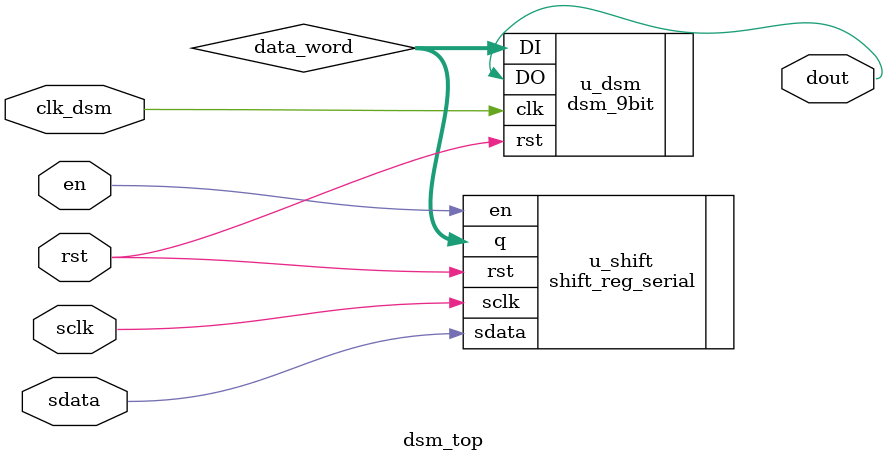
<source format=v>
module dsm_top (
    input  wire clk_dsm,      // Clock for DSM operation
    input  wire rst,        // Active-high reset for DSM
    input  wire sclk,         // Serial clock for shift register
    input  wire sdata,        // Serial data input (MSB first)
    input  wire en,           // Enable loading of serial data
    output wire dout         // Delta-sigma modulated output bitstream
);

    //-------------------------------------------------------------
    // Internal Signals
    //-------------------------------------------------------------
    wire [8:0] data_word;     // Parallel data from shift register

    //-------------------------------------------------------------
    // Serial-to-Parallel Shift Register
    //-------------------------------------------------------------
    shift_reg_serial u_shift (
        .sclk(sclk),
        .rst(rst),
        .en(en),
        .sdata(sdata),
        .q(data_word)
    );

    //-------------------------------------------------------------
    // Delta-Sigma Modulator (8-bit input)
    //-------------------------------------------------------------
    dsm_9bit u_dsm (
        .clk(clk_dsm),
        .rst(rst),
        .DI(data_word),
        .DO(dout)
    );

endmodule

//======================================================================
// 9-bit Delta-Sigma Modulator with Serial Input Interface
//======================================================================

</source>
